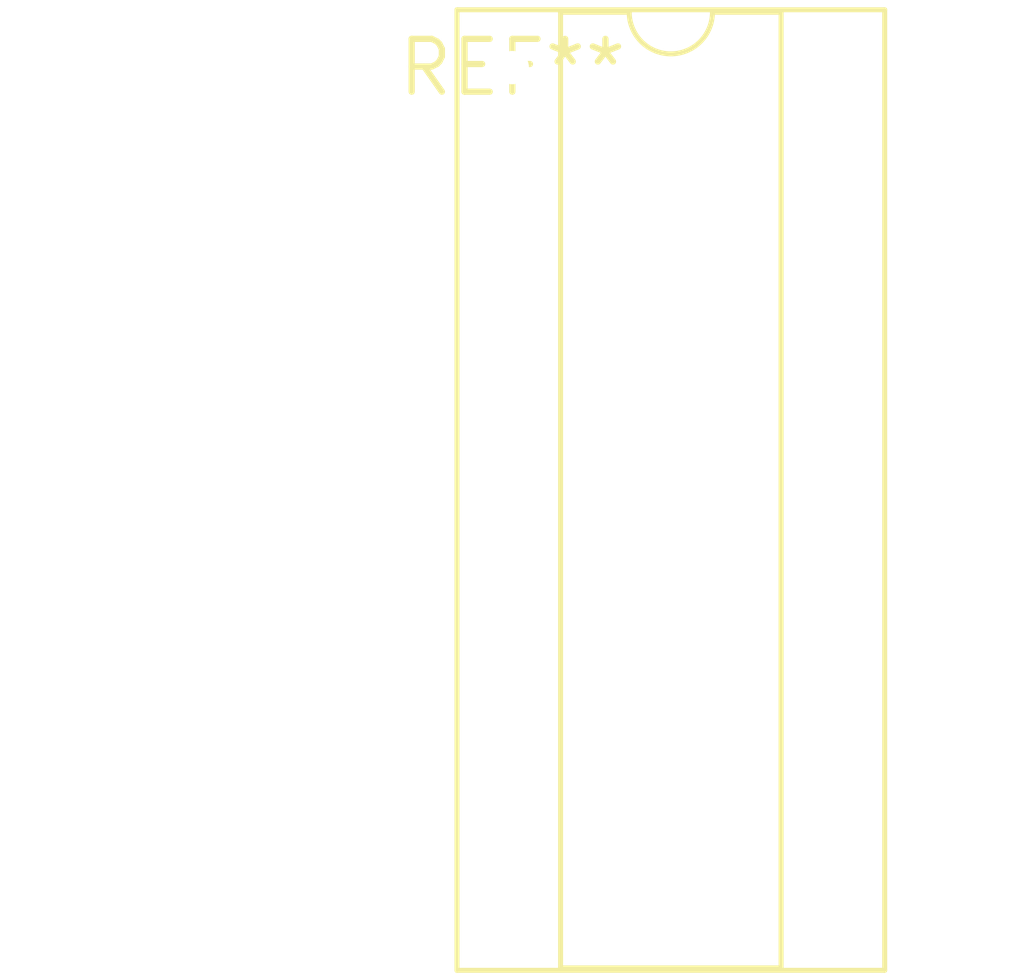
<source format=kicad_pcb>
(kicad_pcb (version 20240108) (generator pcbnew)
  (layers (0 "F.Cu" signal) (31 "B.Cu" signal) (34 "B.Paste" user) (35 "F.Paste" user) (36 "B.SilkS" user "B.Silkscreen") (37 "F.SilkS" user "F.Silkscreen") (38 "B.Mask" user) (39 "F.Mask" user) (44 "Edge.Cuts" user))
  (net 0 "")
  (footprint "DIP-18_W7.62mm_Socket" (layer "F.Cu") (at 0 0)
    (property "Reference" "REF**")
    (property "Value" "DIP-18_W7.62mm_Socket")
    (fp_line (start -1.33 -1.39) (end -1.33 21.71) (layer "F.SilkS") (stroke (width 0.12)))
    (fp_line (start -1.33 21.71) (end 8.95 21.71) (layer "F.SilkS") (stroke (width 0.12)))
    (fp_line (start 1.16 -1.33) (end 1.16 21.65) (layer "F.SilkS") (stroke (width 0.12)))
    (fp_line (start 1.16 21.65) (end 6.46 21.65) (layer "F.SilkS") (stroke (width 0.12)))
    (fp_line (start 2.81 -1.33) (end 1.16 -1.33) (layer "F.SilkS") (stroke (width 0.12)))
    (fp_line (start 6.46 -1.33) (end 4.81 -1.33) (layer "F.SilkS") (stroke (width 0.12)))
    (fp_line (start 6.46 21.65) (end 6.46 -1.33) (layer "F.SilkS") (stroke (width 0.12)))
    (fp_line (start 8.95 -1.39) (end -1.33 -1.39) (layer "F.SilkS") (stroke (width 0.12)))
    (fp_line (start 8.95 21.71) (end 8.95 -1.39) (layer "F.SilkS") (stroke (width 0.12)))
    (fp_arc (start 4.81 -1.33) (mid 3.81 -0.33) (end 2.81 -1.33) (layer "F.SilkS") (stroke (width 0.12)))
    (pad "1" thru_hole rect (at 0 0) (size 1.6 1.6) (drill 0.8) (layers *.Cu *.Mask) (remove_unused_layers))
    (pad "2" thru_hole oval (at 0 2.54) (size 1.6 1.6) (drill 0.8) (layers *.Cu *.Mask) (remove_unused_layers))
    (pad "3" thru_hole oval (at 0 5.08) (size 1.6 1.6) (drill 0.8) (layers *.Cu *.Mask) (remove_unused_layers))
    (pad "4" thru_hole oval (at 0 7.62) (size 1.6 1.6) (drill 0.8) (layers *.Cu *.Mask) (remove_unused_layers))
    (pad "5" thru_hole oval (at 0 10.16) (size 1.6 1.6) (drill 0.8) (layers *.Cu *.Mask) (remove_unused_layers))
    (pad "6" thru_hole oval (at 0 12.7) (size 1.6 1.6) (drill 0.8) (layers *.Cu *.Mask) (remove_unused_layers))
    (pad "7" thru_hole oval (at 0 15.24) (size 1.6 1.6) (drill 0.8) (layers *.Cu *.Mask) (remove_unused_layers))
    (pad "8" thru_hole oval (at 0 17.78) (size 1.6 1.6) (drill 0.8) (layers *.Cu *.Mask) (remove_unused_layers))
    (pad "9" thru_hole oval (at 0 20.32) (size 1.6 1.6) (drill 0.8) (layers *.Cu *.Mask) (remove_unused_layers))
    (pad "10" thru_hole oval (at 7.62 20.32) (size 1.6 1.6) (drill 0.8) (layers *.Cu *.Mask) (remove_unused_layers))
    (pad "11" thru_hole oval (at 7.62 17.78) (size 1.6 1.6) (drill 0.8) (layers *.Cu *.Mask) (remove_unused_layers))
    (pad "12" thru_hole oval (at 7.62 15.24) (size 1.6 1.6) (drill 0.8) (layers *.Cu *.Mask) (remove_unused_layers))
    (pad "13" thru_hole oval (at 7.62 12.7) (size 1.6 1.6) (drill 0.8) (layers *.Cu *.Mask) (remove_unused_layers))
    (pad "14" thru_hole oval (at 7.62 10.16) (size 1.6 1.6) (drill 0.8) (layers *.Cu *.Mask) (remove_unused_layers))
    (pad "15" thru_hole oval (at 7.62 7.62) (size 1.6 1.6) (drill 0.8) (layers *.Cu *.Mask) (remove_unused_layers))
    (pad "16" thru_hole oval (at 7.62 5.08) (size 1.6 1.6) (drill 0.8) (layers *.Cu *.Mask) (remove_unused_layers))
    (pad "17" thru_hole oval (at 7.62 2.54) (size 1.6 1.6) (drill 0.8) (layers *.Cu *.Mask) (remove_unused_layers))
    (pad "18" thru_hole oval (at 7.62 0) (size 1.6 1.6) (drill 0.8) (layers *.Cu *.Mask) (remove_unused_layers))
  )
)
</source>
